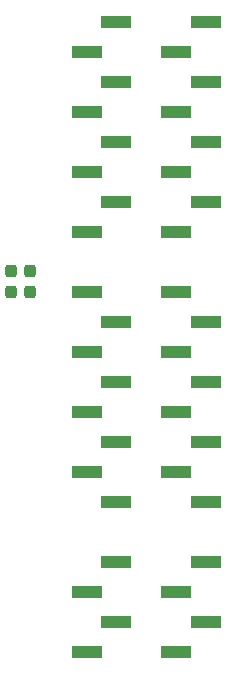
<source format=gbr>
G04 #@! TF.GenerationSoftware,KiCad,Pcbnew,9.0.7-9.0.7~ubuntu25.10.1*
G04 #@! TF.CreationDate,2026-01-14T17:34:39+09:00*
G04 #@! TF.ProjectId,bionic-z8001,62696f6e-6963-42d7-9a38-3030312e6b69,1*
G04 #@! TF.SameCoordinates,Original*
G04 #@! TF.FileFunction,Paste,Bot*
G04 #@! TF.FilePolarity,Positive*
%FSLAX46Y46*%
G04 Gerber Fmt 4.6, Leading zero omitted, Abs format (unit mm)*
G04 Created by KiCad (PCBNEW 9.0.7-9.0.7~ubuntu25.10.1) date 2026-01-14 17:34:39*
%MOMM*%
%LPD*%
G01*
G04 APERTURE LIST*
G04 Aperture macros list*
%AMRoundRect*
0 Rectangle with rounded corners*
0 $1 Rounding radius*
0 $2 $3 $4 $5 $6 $7 $8 $9 X,Y pos of 4 corners*
0 Add a 4 corners polygon primitive as box body*
4,1,4,$2,$3,$4,$5,$6,$7,$8,$9,$2,$3,0*
0 Add four circle primitives for the rounded corners*
1,1,$1+$1,$2,$3*
1,1,$1+$1,$4,$5*
1,1,$1+$1,$6,$7*
1,1,$1+$1,$8,$9*
0 Add four rect primitives between the rounded corners*
20,1,$1+$1,$2,$3,$4,$5,0*
20,1,$1+$1,$4,$5,$6,$7,0*
20,1,$1+$1,$6,$7,$8,$9,0*
20,1,$1+$1,$8,$9,$2,$3,0*%
G04 Aperture macros list end*
%ADD10RoundRect,0.237500X0.237500X-0.300000X0.237500X0.300000X-0.237500X0.300000X-0.237500X-0.300000X0*%
%ADD11R,2.510000X1.000000*%
G04 APERTURE END LIST*
D10*
X102244600Y-100454600D03*
X102244600Y-98729600D03*
X103819400Y-100453500D03*
X103819400Y-98728500D03*
D11*
X116240000Y-130960000D03*
X118729200Y-128420000D03*
X116240000Y-125880000D03*
X118729200Y-123340000D03*
X118729200Y-118260000D03*
X116240000Y-115720000D03*
X118729200Y-113180000D03*
X116240000Y-110640000D03*
X118729200Y-108100000D03*
X116240000Y-105560000D03*
X118729200Y-103020000D03*
X116240000Y-100480000D03*
X116240000Y-95400000D03*
X118729200Y-92860000D03*
X116240000Y-90320000D03*
X118729200Y-87780000D03*
X116240000Y-85240000D03*
X118729200Y-82700000D03*
X116240000Y-80160000D03*
X118729200Y-77620000D03*
X111155400Y-77620000D03*
X108666200Y-80160000D03*
X111155400Y-82700000D03*
X108666200Y-85240000D03*
X111155400Y-87780000D03*
X108666200Y-90320000D03*
X111155400Y-92860000D03*
X108666200Y-95400000D03*
X108666200Y-100480000D03*
X111155400Y-103020000D03*
X108666200Y-105560000D03*
X111155400Y-108100000D03*
X108666200Y-110640000D03*
X111155400Y-113180000D03*
X108666200Y-115720000D03*
X111155400Y-118260000D03*
X111155400Y-123340000D03*
X108666200Y-125880000D03*
X111155400Y-128420000D03*
X108666200Y-130960000D03*
M02*

</source>
